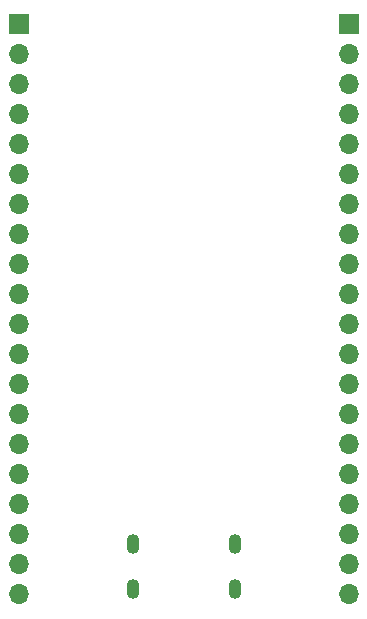
<source format=gbs>
%TF.GenerationSoftware,KiCad,Pcbnew,8.0.3-8.0.3-0~ubuntu22.04.1*%
%TF.CreationDate,2024-10-04T19:55:40+02:00*%
%TF.ProjectId,nrf52832_devboard,6e726635-3238-4333-925f-646576626f61,0.1*%
%TF.SameCoordinates,Original*%
%TF.FileFunction,Soldermask,Bot*%
%TF.FilePolarity,Negative*%
%FSLAX46Y46*%
G04 Gerber Fmt 4.6, Leading zero omitted, Abs format (unit mm)*
G04 Created by KiCad (PCBNEW 8.0.3-8.0.3-0~ubuntu22.04.1) date 2024-10-04 19:55:40*
%MOMM*%
%LPD*%
G01*
G04 APERTURE LIST*
%ADD10O,1.100000X1.700000*%
%ADD11R,1.700000X1.700000*%
%ADD12O,1.700000X1.700000*%
G04 APERTURE END LIST*
D10*
%TO.C,J3*%
X154430000Y-102410000D03*
X154430000Y-106210000D03*
X163070000Y-102410000D03*
X163070000Y-106210000D03*
%TD*%
D11*
%TO.C,J2*%
X172720000Y-58420000D03*
D12*
X172720000Y-60960000D03*
X172720000Y-63500000D03*
X172720000Y-66040000D03*
X172720000Y-68580000D03*
X172720000Y-71120000D03*
X172720000Y-73660000D03*
X172720000Y-76200000D03*
X172720000Y-78740000D03*
X172720000Y-81280000D03*
X172720000Y-83820000D03*
X172720000Y-86360000D03*
X172720000Y-88900000D03*
X172720000Y-91440000D03*
X172720000Y-93980000D03*
X172720000Y-96520000D03*
X172720000Y-99060000D03*
X172720000Y-101600000D03*
X172720000Y-104140000D03*
X172720000Y-106680000D03*
%TD*%
D11*
%TO.C,J1*%
X144780000Y-58420000D03*
D12*
X144780000Y-60960000D03*
X144780000Y-63500000D03*
X144780000Y-66040000D03*
X144780000Y-68580000D03*
X144780000Y-71120000D03*
X144780000Y-73660000D03*
X144780000Y-76200000D03*
X144780000Y-78740000D03*
X144780000Y-81280000D03*
X144780000Y-83820000D03*
X144780000Y-86360000D03*
X144780000Y-88900000D03*
X144780000Y-91440000D03*
X144780000Y-93980000D03*
X144780000Y-96520000D03*
X144780000Y-99060000D03*
X144780000Y-101600000D03*
X144780000Y-104140000D03*
X144780000Y-106680000D03*
%TD*%
M02*

</source>
